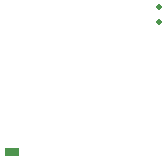
<source format=gtp>
%FSAX24Y24*%
%MOIN*%
G70*
G01*
G75*
G04 Layer_Color=8421504*
%ADD10R,0.0512X0.0315*%
%ADD11R,0.0315X0.0512*%
%ADD12C,0.0197*%
%ADD13C,0.0080*%
%ADD14C,0.0150*%
%ADD15C,0.0250*%
%ADD16C,0.0350*%
%ADD17C,0.0060*%
%ADD18C,0.0300*%
%ADD19C,0.0200*%
%ADD20C,0.0100*%
%ADD21C,0.0430*%
%ADD22R,0.0430X0.0430*%
%ADD23C,0.0270*%
%ADD24R,0.0300X0.0350*%
%ADD25R,0.0394X0.0354*%
%ADD26R,0.0350X0.0300*%
%ADD27R,0.0450X0.0500*%
%ADD28R,0.0354X0.0315*%
%ADD29R,0.1063X0.0512*%
%ADD30R,0.0748X0.0217*%
%ADD31R,0.0217X0.0748*%
%ADD32R,0.0551X0.0453*%
%ADD33C,0.0120*%
%ADD34C,0.0079*%
%ADD35C,0.0070*%
D10*
X066802Y045600D02*
D03*
D12*
X071700Y049950D02*
D03*
Y050450D02*
D03*
M02*

</source>
